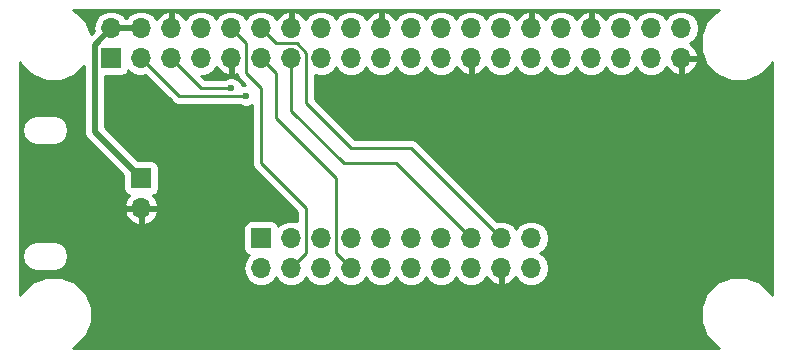
<source format=gbr>
G04 #@! TF.GenerationSoftware,KiCad,Pcbnew,5.0.2-bee76a0~70~ubuntu18.04.1*
G04 #@! TF.CreationDate,2019-03-24T23:52:30-04:00*
G04 #@! TF.ProjectId,rpi-rgb-led-matrix-zero,7270692d-7267-4622-9d6c-65642d6d6174,rev?*
G04 #@! TF.SameCoordinates,Original*
G04 #@! TF.FileFunction,Copper,L1,Top*
G04 #@! TF.FilePolarity,Positive*
%FSLAX46Y46*%
G04 Gerber Fmt 4.6, Leading zero omitted, Abs format (unit mm)*
G04 Created by KiCad (PCBNEW 5.0.2-bee76a0~70~ubuntu18.04.1) date Sun 24 Mar 2019 23:52:30 EDT*
%MOMM*%
%LPD*%
G01*
G04 APERTURE LIST*
G04 #@! TA.AperFunction,ComponentPad*
%ADD10O,1.700000X1.700000*%
G04 #@! TD*
G04 #@! TA.AperFunction,ComponentPad*
%ADD11R,1.700000X1.700000*%
G04 #@! TD*
G04 #@! TA.AperFunction,ViaPad*
%ADD12C,0.600000*%
G04 #@! TD*
G04 #@! TA.AperFunction,Conductor*
%ADD13C,0.250000*%
G04 #@! TD*
G04 #@! TA.AperFunction,Conductor*
%ADD14C,0.500000*%
G04 #@! TD*
G04 #@! TA.AperFunction,Conductor*
%ADD15C,0.254000*%
G04 #@! TD*
G04 APERTURE END LIST*
D10*
G04 #@! TO.P,P1,40*
G04 #@! TO.N,/STROBE*
X48260000Y2540000D03*
G04 #@! TO.P,P1,39*
G04 #@! TO.N,GND*
X48260000Y0D03*
G04 #@! TO.P,P1,38*
G04 #@! TO.N,/C*
X45720000Y2540000D03*
G04 #@! TO.P,P1,37*
G04 #@! TO.N,/D*
X45720000Y0D03*
G04 #@! TO.P,P1,36*
G04 #@! TO.N,/A*
X43180000Y2540000D03*
G04 #@! TO.P,P1,35*
G04 #@! TO.N,/B*
X43180000Y0D03*
G04 #@! TO.P,P1,34*
G04 #@! TO.N,GND*
X40640000Y2540000D03*
G04 #@! TO.P,P1,33*
G04 #@! TO.N,/E*
X40640000Y0D03*
G04 #@! TO.P,P1,32*
G04 #@! TO.N,/G1_3*
X38100000Y2540000D03*
G04 #@! TO.P,P1,31*
G04 #@! TO.N,/G2_3*
X38100000Y0D03*
G04 #@! TO.P,P1,30*
G04 #@! TO.N,GND*
X35560000Y2540000D03*
G04 #@! TO.P,P1,29*
G04 #@! TO.N,/R1_3*
X35560000Y0D03*
G04 #@! TO.P,P1,28*
G04 #@! TO.N,/ID_SC*
X33020000Y2540000D03*
G04 #@! TO.P,P1,27*
G04 #@! TO.N,/ID_SD*
X33020000Y0D03*
G04 #@! TO.P,P1,26*
G04 #@! TO.N,/B1_3*
X30480000Y2540000D03*
G04 #@! TO.P,P1,25*
G04 #@! TO.N,GND*
X30480000Y0D03*
G04 #@! TO.P,P1,24*
G04 #@! TO.N,/R2_3*
X27940000Y2540000D03*
G04 #@! TO.P,P1,23*
G04 #@! TO.N,/B2_3*
X27940000Y0D03*
G04 #@! TO.P,P1,22*
G04 #@! TO.N,/G1_2*
X25400000Y2540000D03*
G04 #@! TO.P,P1,21*
G04 #@! TO.N,/G2_2*
X25400000Y0D03*
G04 #@! TO.P,P1,20*
G04 #@! TO.N,GND*
X22860000Y2540000D03*
G04 #@! TO.P,P1,19*
G04 #@! TO.N,/R1_2*
X22860000Y0D03*
G04 #@! TO.P,P1,18*
G04 #@! TO.N,/B1_2*
X20320000Y2540000D03*
G04 #@! TO.P,P1,17*
G04 #@! TO.N,N/C*
X20320000Y0D03*
G04 #@! TO.P,P1,16*
G04 #@! TO.N,/B2_2*
X17780000Y2540000D03*
G04 #@! TO.P,P1,15*
G04 #@! TO.N,/R2_2*
X17780000Y0D03*
G04 #@! TO.P,P1,14*
G04 #@! TO.N,GND*
X15240000Y2540000D03*
G04 #@! TO.P,P1,13*
G04 #@! TO.N,/CLK*
X15240000Y0D03*
G04 #@! TO.P,P1,12*
G04 #@! TO.N,/~OE*
X12700000Y2540000D03*
G04 #@! TO.P,P1,11*
G04 #@! TO.N,/G2_1*
X12700000Y0D03*
G04 #@! TO.P,P1,10*
G04 #@! TO.N,/G1_1*
X10160000Y2540000D03*
G04 #@! TO.P,P1,9*
G04 #@! TO.N,GND*
X10160000Y0D03*
G04 #@! TO.P,P1,8*
G04 #@! TO.N,/B1_1*
X7620000Y2540000D03*
G04 #@! TO.P,P1,7*
G04 #@! TO.N,/R1_1*
X7620000Y0D03*
G04 #@! TO.P,P1,6*
G04 #@! TO.N,GND*
X5080000Y2540000D03*
G04 #@! TO.P,P1,5*
G04 #@! TO.N,/R2_1*
X5080000Y0D03*
G04 #@! TO.P,P1,4*
G04 #@! TO.N,/HAT_5V*
X2540000Y2540000D03*
G04 #@! TO.P,P1,3*
G04 #@! TO.N,/B2_1*
X2540000Y0D03*
G04 #@! TO.P,P1,2*
G04 #@! TO.N,/HAT_5V*
X0Y2540000D03*
D11*
G04 #@! TO.P,P1,1*
G04 #@! TO.N,+3V3*
X0Y0D03*
G04 #@! TD*
D10*
G04 #@! TO.P,J2,20*
G04 #@! TO.N,N/C*
X35560000Y-17780000D03*
G04 #@! TO.P,J2,19*
X35560000Y-15240000D03*
G04 #@! TO.P,J2,18*
G04 #@! TO.N,GND*
X33020000Y-17780000D03*
G04 #@! TO.P,J2,17*
G04 #@! TO.N,/~OE*
X33020000Y-15240000D03*
G04 #@! TO.P,J2,16*
G04 #@! TO.N,/STROBE*
X30480000Y-17780000D03*
G04 #@! TO.P,J2,15*
G04 #@! TO.N,/CLK*
X30480000Y-15240000D03*
G04 #@! TO.P,J2,14*
G04 #@! TO.N,/D*
X27940000Y-17780000D03*
G04 #@! TO.P,J2,13*
G04 #@! TO.N,/C*
X27940000Y-15240000D03*
G04 #@! TO.P,J2,12*
G04 #@! TO.N,/B*
X25400000Y-17780000D03*
G04 #@! TO.P,J2,11*
G04 #@! TO.N,/A*
X25400000Y-15240000D03*
G04 #@! TO.P,J2,10*
G04 #@! TO.N,Net-(J2-Pad10)*
X22860000Y-17780000D03*
G04 #@! TO.P,J2,9*
G04 #@! TO.N,/B2_1*
X22860000Y-15240000D03*
G04 #@! TO.P,J2,8*
G04 #@! TO.N,/G2_1*
X20320000Y-17780000D03*
G04 #@! TO.P,J2,7*
G04 #@! TO.N,/R2_1*
X20320000Y-15240000D03*
G04 #@! TO.P,J2,6*
G04 #@! TO.N,Net-(J2-Pad6)*
X17780000Y-17780000D03*
G04 #@! TO.P,J2,5*
G04 #@! TO.N,/B1_1*
X17780000Y-15240000D03*
G04 #@! TO.P,J2,4*
G04 #@! TO.N,/G1_1*
X15240000Y-17780000D03*
G04 #@! TO.P,J2,3*
G04 #@! TO.N,/R1_1*
X15240000Y-15240000D03*
G04 #@! TO.P,J2,2*
G04 #@! TO.N,N/C*
X12700000Y-17780000D03*
D11*
G04 #@! TO.P,J2,1*
X12700000Y-15240000D03*
G04 #@! TD*
G04 #@! TO.P,J1,1*
G04 #@! TO.N,/HAT_5V*
X2540000Y-10160000D03*
D10*
G04 #@! TO.P,J1,2*
G04 #@! TO.N,GND*
X2540000Y-12700000D03*
G04 #@! TD*
D12*
G04 #@! TO.N,/R2_1*
X10160000Y-2540000D03*
G04 #@! TO.N,/B2_1*
X11430000Y-3175000D03*
G04 #@! TD*
D13*
G04 #@! TO.N,/G1_1*
X11430000Y1270000D02*
X10160000Y2540000D01*
X16510000Y-16510000D02*
X16510000Y-12700000D01*
X15240000Y-17780000D02*
X16510000Y-16510000D01*
X16510000Y-12700000D02*
X12700000Y-8890000D01*
X12700000Y-8890000D02*
X12700000Y-2540000D01*
X11430000Y-1270000D02*
X11430000Y1270000D01*
X12700000Y-2540000D02*
X11430000Y-1270000D01*
G04 #@! TO.N,/R2_1*
X7620000Y-2540000D02*
X10160000Y-2540000D01*
X5080000Y0D02*
X7620000Y-2540000D01*
G04 #@! TO.N,/G2_1*
X19050000Y-10160000D02*
X13970000Y-5080000D01*
X20320000Y-17780000D02*
X19050000Y-16510000D01*
X19050000Y-16510000D02*
X19050000Y-10160000D01*
X13970000Y-1270000D02*
X12700000Y0D01*
X13970000Y-5080000D02*
X13970000Y-1270000D01*
G04 #@! TO.N,/B2_1*
X5715000Y-3175000D02*
X11430000Y-3175000D01*
X2540000Y0D02*
X5715000Y-3175000D01*
G04 #@! TO.N,/CLK*
X30480000Y-15240000D02*
X24130000Y-8890000D01*
X24130000Y-8890000D02*
X19685000Y-8890000D01*
X15240000Y-4445000D02*
X15240000Y0D01*
X19685000Y-8890000D02*
X15240000Y-4445000D01*
G04 #@! TO.N,/~OE*
X13549999Y1690001D02*
X12700000Y2540000D01*
X25400000Y-7620000D02*
X20320000Y-7620000D01*
X33020000Y-15240000D02*
X25400000Y-7620000D01*
X20320000Y-7620000D02*
X16510000Y-3810000D01*
X16510000Y-3810000D02*
X16510000Y469002D01*
X16510000Y469002D02*
X15709002Y1270000D01*
X13970000Y1270000D02*
X13549999Y1690001D01*
X15709002Y1270000D02*
X13970000Y1270000D01*
D14*
G04 #@! TO.N,/HAT_5V*
X0Y2540000D02*
X2540000Y2540000D01*
X-1397000Y1143000D02*
X0Y2540000D01*
X2540000Y-10160000D02*
X-1397000Y-6223000D01*
X-1397000Y-6223000D02*
X-1397000Y1143000D01*
G04 #@! TD*
D15*
G04 #@! TO.N,GND*
G36*
X51302051Y4005719D02*
X50394281Y3097949D01*
X49903000Y1911890D01*
X49903000Y628110D01*
X50394281Y-557949D01*
X51302051Y-1465719D01*
X52488110Y-1957000D01*
X53771890Y-1957000D01*
X54957949Y-1465719D01*
X55865719Y-557949D01*
X55945000Y-366547D01*
X55945001Y-20093455D01*
X55865719Y-19902051D01*
X54957949Y-18994281D01*
X53771890Y-18503000D01*
X52488110Y-18503000D01*
X51302051Y-18994281D01*
X50394281Y-19902051D01*
X49903000Y-21088110D01*
X49903000Y-22371890D01*
X50394281Y-23557949D01*
X51302051Y-24465719D01*
X51493453Y-24545000D01*
X-3233453Y-24545000D01*
X-3042051Y-24465719D01*
X-2134281Y-23557949D01*
X-1643000Y-22371890D01*
X-1643000Y-21088110D01*
X-2134281Y-19902051D01*
X-3042051Y-18994281D01*
X-4228110Y-18503000D01*
X-5511890Y-18503000D01*
X-6697949Y-18994281D01*
X-7605719Y-19902051D01*
X-7685000Y-20093453D01*
X-7685000Y-16764000D01*
X-7548174Y-16764000D01*
X-7448443Y-17265382D01*
X-7164433Y-17690433D01*
X-6739382Y-17974443D01*
X-6364558Y-18049000D01*
X-4811442Y-18049000D01*
X-4436618Y-17974443D01*
X-4011567Y-17690433D01*
X-3727557Y-17265382D01*
X-3627826Y-16764000D01*
X-3727557Y-16262618D01*
X-4011567Y-15837567D01*
X-4436618Y-15553557D01*
X-4811442Y-15479000D01*
X-6364558Y-15479000D01*
X-6739382Y-15553557D01*
X-7164433Y-15837567D01*
X-7448443Y-16262618D01*
X-7548174Y-16764000D01*
X-7685000Y-16764000D01*
X-7685000Y-13056890D01*
X1098524Y-13056890D01*
X1268355Y-13466924D01*
X1658642Y-13895183D01*
X2183108Y-14141486D01*
X2413000Y-14020819D01*
X2413000Y-12827000D01*
X2667000Y-12827000D01*
X2667000Y-14020819D01*
X2896892Y-14141486D01*
X3421358Y-13895183D01*
X3811645Y-13466924D01*
X3981476Y-13056890D01*
X3860155Y-12827000D01*
X2667000Y-12827000D01*
X2413000Y-12827000D01*
X1219845Y-12827000D01*
X1098524Y-13056890D01*
X-7685000Y-13056890D01*
X-7685000Y-6096000D01*
X-7548174Y-6096000D01*
X-7448443Y-6597382D01*
X-7164433Y-7022433D01*
X-6739382Y-7306443D01*
X-6364558Y-7381000D01*
X-4811442Y-7381000D01*
X-4436618Y-7306443D01*
X-4011567Y-7022433D01*
X-3727557Y-6597382D01*
X-3627826Y-6096000D01*
X-3727557Y-5594618D01*
X-4011567Y-5169567D01*
X-4436618Y-4885557D01*
X-4811442Y-4811000D01*
X-6364558Y-4811000D01*
X-6739382Y-4885557D01*
X-7164433Y-5169567D01*
X-7448443Y-5594618D01*
X-7548174Y-6096000D01*
X-7685000Y-6096000D01*
X-7685000Y-366547D01*
X-7605719Y-557949D01*
X-6697949Y-1465719D01*
X-5511890Y-1957000D01*
X-4228110Y-1957000D01*
X-3042051Y-1465719D01*
X-2281999Y-705667D01*
X-2282000Y-6135839D01*
X-2299337Y-6223000D01*
X-2282000Y-6310161D01*
X-2282000Y-6310164D01*
X-2230652Y-6568309D01*
X-2035049Y-6861049D01*
X-1961153Y-6910425D01*
X1042560Y-9914139D01*
X1042560Y-11010000D01*
X1091843Y-11257765D01*
X1232191Y-11467809D01*
X1442235Y-11608157D01*
X1545708Y-11628739D01*
X1268355Y-11933076D01*
X1098524Y-12343110D01*
X1219845Y-12573000D01*
X2413000Y-12573000D01*
X2413000Y-12553000D01*
X2667000Y-12553000D01*
X2667000Y-12573000D01*
X3860155Y-12573000D01*
X3981476Y-12343110D01*
X3811645Y-11933076D01*
X3534292Y-11628739D01*
X3637765Y-11608157D01*
X3847809Y-11467809D01*
X3988157Y-11257765D01*
X4037440Y-11010000D01*
X4037440Y-9310000D01*
X3988157Y-9062235D01*
X3847809Y-8852191D01*
X3637765Y-8711843D01*
X3390000Y-8662560D01*
X2294139Y-8662560D01*
X-512000Y-5856422D01*
X-512000Y-1497440D01*
X850000Y-1497440D01*
X1097765Y-1448157D01*
X1307809Y-1307809D01*
X1448157Y-1097765D01*
X1457184Y-1052381D01*
X1469375Y-1070625D01*
X1960582Y-1398839D01*
X2393744Y-1485000D01*
X2686256Y-1485000D01*
X2906408Y-1441209D01*
X5124671Y-3659473D01*
X5167071Y-3722929D01*
X5418463Y-3890904D01*
X5640148Y-3935000D01*
X5640152Y-3935000D01*
X5714999Y-3949888D01*
X5789846Y-3935000D01*
X10867710Y-3935000D01*
X10900365Y-3967655D01*
X11244017Y-4110000D01*
X11615983Y-4110000D01*
X11940001Y-3975788D01*
X11940000Y-8815153D01*
X11925112Y-8890000D01*
X11940000Y-8964847D01*
X11940000Y-8964851D01*
X11984096Y-9186536D01*
X12152071Y-9437929D01*
X12215530Y-9480331D01*
X15750001Y-13014803D01*
X15750001Y-13827353D01*
X15386256Y-13755000D01*
X15093744Y-13755000D01*
X14660582Y-13841161D01*
X14169375Y-14169375D01*
X14157184Y-14187619D01*
X14148157Y-14142235D01*
X14007809Y-13932191D01*
X13797765Y-13791843D01*
X13550000Y-13742560D01*
X11850000Y-13742560D01*
X11602235Y-13791843D01*
X11392191Y-13932191D01*
X11251843Y-14142235D01*
X11202560Y-14390000D01*
X11202560Y-16090000D01*
X11251843Y-16337765D01*
X11392191Y-16547809D01*
X11602235Y-16688157D01*
X11647619Y-16697184D01*
X11629375Y-16709375D01*
X11301161Y-17200582D01*
X11185908Y-17780000D01*
X11301161Y-18359418D01*
X11629375Y-18850625D01*
X12120582Y-19178839D01*
X12553744Y-19265000D01*
X12846256Y-19265000D01*
X13279418Y-19178839D01*
X13770625Y-18850625D01*
X13970000Y-18552239D01*
X14169375Y-18850625D01*
X14660582Y-19178839D01*
X15093744Y-19265000D01*
X15386256Y-19265000D01*
X15819418Y-19178839D01*
X16310625Y-18850625D01*
X16510000Y-18552239D01*
X16709375Y-18850625D01*
X17200582Y-19178839D01*
X17633744Y-19265000D01*
X17926256Y-19265000D01*
X18359418Y-19178839D01*
X18850625Y-18850625D01*
X19050000Y-18552239D01*
X19249375Y-18850625D01*
X19740582Y-19178839D01*
X20173744Y-19265000D01*
X20466256Y-19265000D01*
X20899418Y-19178839D01*
X21390625Y-18850625D01*
X21590000Y-18552239D01*
X21789375Y-18850625D01*
X22280582Y-19178839D01*
X22713744Y-19265000D01*
X23006256Y-19265000D01*
X23439418Y-19178839D01*
X23930625Y-18850625D01*
X24130000Y-18552239D01*
X24329375Y-18850625D01*
X24820582Y-19178839D01*
X25253744Y-19265000D01*
X25546256Y-19265000D01*
X25979418Y-19178839D01*
X26470625Y-18850625D01*
X26670000Y-18552239D01*
X26869375Y-18850625D01*
X27360582Y-19178839D01*
X27793744Y-19265000D01*
X28086256Y-19265000D01*
X28519418Y-19178839D01*
X29010625Y-18850625D01*
X29210000Y-18552239D01*
X29409375Y-18850625D01*
X29900582Y-19178839D01*
X30333744Y-19265000D01*
X30626256Y-19265000D01*
X31059418Y-19178839D01*
X31550625Y-18850625D01*
X31763843Y-18531522D01*
X31824817Y-18661358D01*
X32253076Y-19051645D01*
X32663110Y-19221476D01*
X32893000Y-19100155D01*
X32893000Y-17907000D01*
X32873000Y-17907000D01*
X32873000Y-17653000D01*
X32893000Y-17653000D01*
X32893000Y-17633000D01*
X33147000Y-17633000D01*
X33147000Y-17653000D01*
X33167000Y-17653000D01*
X33167000Y-17907000D01*
X33147000Y-17907000D01*
X33147000Y-19100155D01*
X33376890Y-19221476D01*
X33786924Y-19051645D01*
X34215183Y-18661358D01*
X34276157Y-18531522D01*
X34489375Y-18850625D01*
X34980582Y-19178839D01*
X35413744Y-19265000D01*
X35706256Y-19265000D01*
X36139418Y-19178839D01*
X36630625Y-18850625D01*
X36958839Y-18359418D01*
X37074092Y-17780000D01*
X36958839Y-17200582D01*
X36630625Y-16709375D01*
X36332239Y-16510000D01*
X36630625Y-16310625D01*
X36958839Y-15819418D01*
X37074092Y-15240000D01*
X36958839Y-14660582D01*
X36630625Y-14169375D01*
X36139418Y-13841161D01*
X35706256Y-13755000D01*
X35413744Y-13755000D01*
X34980582Y-13841161D01*
X34489375Y-14169375D01*
X34290000Y-14467761D01*
X34090625Y-14169375D01*
X33599418Y-13841161D01*
X33166256Y-13755000D01*
X32873744Y-13755000D01*
X32653593Y-13798791D01*
X25990331Y-7135530D01*
X25947929Y-7072071D01*
X25696537Y-6904096D01*
X25474852Y-6860000D01*
X25474847Y-6860000D01*
X25400000Y-6845112D01*
X25325153Y-6860000D01*
X20634802Y-6860000D01*
X17270000Y-3495199D01*
X17270000Y-1412647D01*
X17633744Y-1485000D01*
X17926256Y-1485000D01*
X18359418Y-1398839D01*
X18850625Y-1070625D01*
X19050000Y-772239D01*
X19249375Y-1070625D01*
X19740582Y-1398839D01*
X20173744Y-1485000D01*
X20466256Y-1485000D01*
X20899418Y-1398839D01*
X21390625Y-1070625D01*
X21590000Y-772239D01*
X21789375Y-1070625D01*
X22280582Y-1398839D01*
X22713744Y-1485000D01*
X23006256Y-1485000D01*
X23439418Y-1398839D01*
X23930625Y-1070625D01*
X24130000Y-772239D01*
X24329375Y-1070625D01*
X24820582Y-1398839D01*
X25253744Y-1485000D01*
X25546256Y-1485000D01*
X25979418Y-1398839D01*
X26470625Y-1070625D01*
X26670000Y-772239D01*
X26869375Y-1070625D01*
X27360582Y-1398839D01*
X27793744Y-1485000D01*
X28086256Y-1485000D01*
X28519418Y-1398839D01*
X29010625Y-1070625D01*
X29223843Y-751522D01*
X29284817Y-881358D01*
X29713076Y-1271645D01*
X30123110Y-1441476D01*
X30353000Y-1320155D01*
X30353000Y-127000D01*
X30333000Y-127000D01*
X30333000Y127000D01*
X30353000Y127000D01*
X30353000Y147000D01*
X30607000Y147000D01*
X30607000Y127000D01*
X30627000Y127000D01*
X30627000Y-127000D01*
X30607000Y-127000D01*
X30607000Y-1320155D01*
X30836890Y-1441476D01*
X31246924Y-1271645D01*
X31675183Y-881358D01*
X31736157Y-751522D01*
X31949375Y-1070625D01*
X32440582Y-1398839D01*
X32873744Y-1485000D01*
X33166256Y-1485000D01*
X33599418Y-1398839D01*
X34090625Y-1070625D01*
X34290000Y-772239D01*
X34489375Y-1070625D01*
X34980582Y-1398839D01*
X35413744Y-1485000D01*
X35706256Y-1485000D01*
X36139418Y-1398839D01*
X36630625Y-1070625D01*
X36830000Y-772239D01*
X37029375Y-1070625D01*
X37520582Y-1398839D01*
X37953744Y-1485000D01*
X38246256Y-1485000D01*
X38679418Y-1398839D01*
X39170625Y-1070625D01*
X39370000Y-772239D01*
X39569375Y-1070625D01*
X40060582Y-1398839D01*
X40493744Y-1485000D01*
X40786256Y-1485000D01*
X41219418Y-1398839D01*
X41710625Y-1070625D01*
X41910000Y-772239D01*
X42109375Y-1070625D01*
X42600582Y-1398839D01*
X43033744Y-1485000D01*
X43326256Y-1485000D01*
X43759418Y-1398839D01*
X44250625Y-1070625D01*
X44450000Y-772239D01*
X44649375Y-1070625D01*
X45140582Y-1398839D01*
X45573744Y-1485000D01*
X45866256Y-1485000D01*
X46299418Y-1398839D01*
X46790625Y-1070625D01*
X47003843Y-751522D01*
X47064817Y-881358D01*
X47493076Y-1271645D01*
X47903110Y-1441476D01*
X48133000Y-1320155D01*
X48133000Y-127000D01*
X48387000Y-127000D01*
X48387000Y-1320155D01*
X48616890Y-1441476D01*
X49026924Y-1271645D01*
X49455183Y-881358D01*
X49701486Y-356892D01*
X49580819Y-127000D01*
X48387000Y-127000D01*
X48133000Y-127000D01*
X48113000Y-127000D01*
X48113000Y127000D01*
X48133000Y127000D01*
X48133000Y147000D01*
X48387000Y147000D01*
X48387000Y127000D01*
X49580819Y127000D01*
X49701486Y356892D01*
X49455183Y881358D01*
X49030214Y1268647D01*
X49330625Y1469375D01*
X49658839Y1960582D01*
X49774092Y2540000D01*
X49658839Y3119418D01*
X49330625Y3610625D01*
X48839418Y3938839D01*
X48406256Y4025000D01*
X48113744Y4025000D01*
X47680582Y3938839D01*
X47189375Y3610625D01*
X46990000Y3312239D01*
X46790625Y3610625D01*
X46299418Y3938839D01*
X45866256Y4025000D01*
X45573744Y4025000D01*
X45140582Y3938839D01*
X44649375Y3610625D01*
X44450000Y3312239D01*
X44250625Y3610625D01*
X43759418Y3938839D01*
X43326256Y4025000D01*
X43033744Y4025000D01*
X42600582Y3938839D01*
X42109375Y3610625D01*
X41896157Y3291522D01*
X41835183Y3421358D01*
X41406924Y3811645D01*
X40996890Y3981476D01*
X40767000Y3860155D01*
X40767000Y2667000D01*
X40787000Y2667000D01*
X40787000Y2413000D01*
X40767000Y2413000D01*
X40767000Y2393000D01*
X40513000Y2393000D01*
X40513000Y2413000D01*
X40493000Y2413000D01*
X40493000Y2667000D01*
X40513000Y2667000D01*
X40513000Y3860155D01*
X40283110Y3981476D01*
X39873076Y3811645D01*
X39444817Y3421358D01*
X39383843Y3291522D01*
X39170625Y3610625D01*
X38679418Y3938839D01*
X38246256Y4025000D01*
X37953744Y4025000D01*
X37520582Y3938839D01*
X37029375Y3610625D01*
X36816157Y3291522D01*
X36755183Y3421358D01*
X36326924Y3811645D01*
X35916890Y3981476D01*
X35687000Y3860155D01*
X35687000Y2667000D01*
X35707000Y2667000D01*
X35707000Y2413000D01*
X35687000Y2413000D01*
X35687000Y2393000D01*
X35433000Y2393000D01*
X35433000Y2413000D01*
X35413000Y2413000D01*
X35413000Y2667000D01*
X35433000Y2667000D01*
X35433000Y3860155D01*
X35203110Y3981476D01*
X34793076Y3811645D01*
X34364817Y3421358D01*
X34303843Y3291522D01*
X34090625Y3610625D01*
X33599418Y3938839D01*
X33166256Y4025000D01*
X32873744Y4025000D01*
X32440582Y3938839D01*
X31949375Y3610625D01*
X31750000Y3312239D01*
X31550625Y3610625D01*
X31059418Y3938839D01*
X30626256Y4025000D01*
X30333744Y4025000D01*
X29900582Y3938839D01*
X29409375Y3610625D01*
X29210000Y3312239D01*
X29010625Y3610625D01*
X28519418Y3938839D01*
X28086256Y4025000D01*
X27793744Y4025000D01*
X27360582Y3938839D01*
X26869375Y3610625D01*
X26670000Y3312239D01*
X26470625Y3610625D01*
X25979418Y3938839D01*
X25546256Y4025000D01*
X25253744Y4025000D01*
X24820582Y3938839D01*
X24329375Y3610625D01*
X24116157Y3291522D01*
X24055183Y3421358D01*
X23626924Y3811645D01*
X23216890Y3981476D01*
X22987000Y3860155D01*
X22987000Y2667000D01*
X23007000Y2667000D01*
X23007000Y2413000D01*
X22987000Y2413000D01*
X22987000Y2393000D01*
X22733000Y2393000D01*
X22733000Y2413000D01*
X22713000Y2413000D01*
X22713000Y2667000D01*
X22733000Y2667000D01*
X22733000Y3860155D01*
X22503110Y3981476D01*
X22093076Y3811645D01*
X21664817Y3421358D01*
X21603843Y3291522D01*
X21390625Y3610625D01*
X20899418Y3938839D01*
X20466256Y4025000D01*
X20173744Y4025000D01*
X19740582Y3938839D01*
X19249375Y3610625D01*
X19050000Y3312239D01*
X18850625Y3610625D01*
X18359418Y3938839D01*
X17926256Y4025000D01*
X17633744Y4025000D01*
X17200582Y3938839D01*
X16709375Y3610625D01*
X16496157Y3291522D01*
X16435183Y3421358D01*
X16006924Y3811645D01*
X15596890Y3981476D01*
X15367000Y3860155D01*
X15367000Y2667000D01*
X15387000Y2667000D01*
X15387000Y2413000D01*
X15367000Y2413000D01*
X15367000Y2393000D01*
X15113000Y2393000D01*
X15113000Y2413000D01*
X15093000Y2413000D01*
X15093000Y2667000D01*
X15113000Y2667000D01*
X15113000Y3860155D01*
X14883110Y3981476D01*
X14473076Y3811645D01*
X14044817Y3421358D01*
X13983843Y3291522D01*
X13770625Y3610625D01*
X13279418Y3938839D01*
X12846256Y4025000D01*
X12553744Y4025000D01*
X12120582Y3938839D01*
X11629375Y3610625D01*
X11430000Y3312239D01*
X11230625Y3610625D01*
X10739418Y3938839D01*
X10306256Y4025000D01*
X10013744Y4025000D01*
X9580582Y3938839D01*
X9089375Y3610625D01*
X8890000Y3312239D01*
X8690625Y3610625D01*
X8199418Y3938839D01*
X7766256Y4025000D01*
X7473744Y4025000D01*
X7040582Y3938839D01*
X6549375Y3610625D01*
X6336157Y3291522D01*
X6275183Y3421358D01*
X5846924Y3811645D01*
X5436890Y3981476D01*
X5207000Y3860155D01*
X5207000Y2667000D01*
X5227000Y2667000D01*
X5227000Y2413000D01*
X5207000Y2413000D01*
X5207000Y2393000D01*
X4953000Y2393000D01*
X4953000Y2413000D01*
X4933000Y2413000D01*
X4933000Y2667000D01*
X4953000Y2667000D01*
X4953000Y3860155D01*
X4723110Y3981476D01*
X4313076Y3811645D01*
X3884817Y3421358D01*
X3823843Y3291522D01*
X3610625Y3610625D01*
X3119418Y3938839D01*
X2686256Y4025000D01*
X2393744Y4025000D01*
X1960582Y3938839D01*
X1469375Y3610625D01*
X1345344Y3425000D01*
X1194656Y3425000D01*
X1070625Y3610625D01*
X579418Y3938839D01*
X146256Y4025000D01*
X-146256Y4025000D01*
X-579418Y3938839D01*
X-1070625Y3610625D01*
X-1398839Y3119418D01*
X-1514092Y2540000D01*
X-1470538Y2321040D01*
X-1712324Y2079254D01*
X-2134281Y3097949D01*
X-3042051Y4005719D01*
X-3233453Y4085000D01*
X51493453Y4085000D01*
X51302051Y4005719D01*
X51302051Y4005719D01*
G37*
X51302051Y4005719D02*
X50394281Y3097949D01*
X49903000Y1911890D01*
X49903000Y628110D01*
X50394281Y-557949D01*
X51302051Y-1465719D01*
X52488110Y-1957000D01*
X53771890Y-1957000D01*
X54957949Y-1465719D01*
X55865719Y-557949D01*
X55945000Y-366547D01*
X55945001Y-20093455D01*
X55865719Y-19902051D01*
X54957949Y-18994281D01*
X53771890Y-18503000D01*
X52488110Y-18503000D01*
X51302051Y-18994281D01*
X50394281Y-19902051D01*
X49903000Y-21088110D01*
X49903000Y-22371890D01*
X50394281Y-23557949D01*
X51302051Y-24465719D01*
X51493453Y-24545000D01*
X-3233453Y-24545000D01*
X-3042051Y-24465719D01*
X-2134281Y-23557949D01*
X-1643000Y-22371890D01*
X-1643000Y-21088110D01*
X-2134281Y-19902051D01*
X-3042051Y-18994281D01*
X-4228110Y-18503000D01*
X-5511890Y-18503000D01*
X-6697949Y-18994281D01*
X-7605719Y-19902051D01*
X-7685000Y-20093453D01*
X-7685000Y-16764000D01*
X-7548174Y-16764000D01*
X-7448443Y-17265382D01*
X-7164433Y-17690433D01*
X-6739382Y-17974443D01*
X-6364558Y-18049000D01*
X-4811442Y-18049000D01*
X-4436618Y-17974443D01*
X-4011567Y-17690433D01*
X-3727557Y-17265382D01*
X-3627826Y-16764000D01*
X-3727557Y-16262618D01*
X-4011567Y-15837567D01*
X-4436618Y-15553557D01*
X-4811442Y-15479000D01*
X-6364558Y-15479000D01*
X-6739382Y-15553557D01*
X-7164433Y-15837567D01*
X-7448443Y-16262618D01*
X-7548174Y-16764000D01*
X-7685000Y-16764000D01*
X-7685000Y-13056890D01*
X1098524Y-13056890D01*
X1268355Y-13466924D01*
X1658642Y-13895183D01*
X2183108Y-14141486D01*
X2413000Y-14020819D01*
X2413000Y-12827000D01*
X2667000Y-12827000D01*
X2667000Y-14020819D01*
X2896892Y-14141486D01*
X3421358Y-13895183D01*
X3811645Y-13466924D01*
X3981476Y-13056890D01*
X3860155Y-12827000D01*
X2667000Y-12827000D01*
X2413000Y-12827000D01*
X1219845Y-12827000D01*
X1098524Y-13056890D01*
X-7685000Y-13056890D01*
X-7685000Y-6096000D01*
X-7548174Y-6096000D01*
X-7448443Y-6597382D01*
X-7164433Y-7022433D01*
X-6739382Y-7306443D01*
X-6364558Y-7381000D01*
X-4811442Y-7381000D01*
X-4436618Y-7306443D01*
X-4011567Y-7022433D01*
X-3727557Y-6597382D01*
X-3627826Y-6096000D01*
X-3727557Y-5594618D01*
X-4011567Y-5169567D01*
X-4436618Y-4885557D01*
X-4811442Y-4811000D01*
X-6364558Y-4811000D01*
X-6739382Y-4885557D01*
X-7164433Y-5169567D01*
X-7448443Y-5594618D01*
X-7548174Y-6096000D01*
X-7685000Y-6096000D01*
X-7685000Y-366547D01*
X-7605719Y-557949D01*
X-6697949Y-1465719D01*
X-5511890Y-1957000D01*
X-4228110Y-1957000D01*
X-3042051Y-1465719D01*
X-2281999Y-705667D01*
X-2282000Y-6135839D01*
X-2299337Y-6223000D01*
X-2282000Y-6310161D01*
X-2282000Y-6310164D01*
X-2230652Y-6568309D01*
X-2035049Y-6861049D01*
X-1961153Y-6910425D01*
X1042560Y-9914139D01*
X1042560Y-11010000D01*
X1091843Y-11257765D01*
X1232191Y-11467809D01*
X1442235Y-11608157D01*
X1545708Y-11628739D01*
X1268355Y-11933076D01*
X1098524Y-12343110D01*
X1219845Y-12573000D01*
X2413000Y-12573000D01*
X2413000Y-12553000D01*
X2667000Y-12553000D01*
X2667000Y-12573000D01*
X3860155Y-12573000D01*
X3981476Y-12343110D01*
X3811645Y-11933076D01*
X3534292Y-11628739D01*
X3637765Y-11608157D01*
X3847809Y-11467809D01*
X3988157Y-11257765D01*
X4037440Y-11010000D01*
X4037440Y-9310000D01*
X3988157Y-9062235D01*
X3847809Y-8852191D01*
X3637765Y-8711843D01*
X3390000Y-8662560D01*
X2294139Y-8662560D01*
X-512000Y-5856422D01*
X-512000Y-1497440D01*
X850000Y-1497440D01*
X1097765Y-1448157D01*
X1307809Y-1307809D01*
X1448157Y-1097765D01*
X1457184Y-1052381D01*
X1469375Y-1070625D01*
X1960582Y-1398839D01*
X2393744Y-1485000D01*
X2686256Y-1485000D01*
X2906408Y-1441209D01*
X5124671Y-3659473D01*
X5167071Y-3722929D01*
X5418463Y-3890904D01*
X5640148Y-3935000D01*
X5640152Y-3935000D01*
X5714999Y-3949888D01*
X5789846Y-3935000D01*
X10867710Y-3935000D01*
X10900365Y-3967655D01*
X11244017Y-4110000D01*
X11615983Y-4110000D01*
X11940001Y-3975788D01*
X11940000Y-8815153D01*
X11925112Y-8890000D01*
X11940000Y-8964847D01*
X11940000Y-8964851D01*
X11984096Y-9186536D01*
X12152071Y-9437929D01*
X12215530Y-9480331D01*
X15750001Y-13014803D01*
X15750001Y-13827353D01*
X15386256Y-13755000D01*
X15093744Y-13755000D01*
X14660582Y-13841161D01*
X14169375Y-14169375D01*
X14157184Y-14187619D01*
X14148157Y-14142235D01*
X14007809Y-13932191D01*
X13797765Y-13791843D01*
X13550000Y-13742560D01*
X11850000Y-13742560D01*
X11602235Y-13791843D01*
X11392191Y-13932191D01*
X11251843Y-14142235D01*
X11202560Y-14390000D01*
X11202560Y-16090000D01*
X11251843Y-16337765D01*
X11392191Y-16547809D01*
X11602235Y-16688157D01*
X11647619Y-16697184D01*
X11629375Y-16709375D01*
X11301161Y-17200582D01*
X11185908Y-17780000D01*
X11301161Y-18359418D01*
X11629375Y-18850625D01*
X12120582Y-19178839D01*
X12553744Y-19265000D01*
X12846256Y-19265000D01*
X13279418Y-19178839D01*
X13770625Y-18850625D01*
X13970000Y-18552239D01*
X14169375Y-18850625D01*
X14660582Y-19178839D01*
X15093744Y-19265000D01*
X15386256Y-19265000D01*
X15819418Y-19178839D01*
X16310625Y-18850625D01*
X16510000Y-18552239D01*
X16709375Y-18850625D01*
X17200582Y-19178839D01*
X17633744Y-19265000D01*
X17926256Y-19265000D01*
X18359418Y-19178839D01*
X18850625Y-18850625D01*
X19050000Y-18552239D01*
X19249375Y-18850625D01*
X19740582Y-19178839D01*
X20173744Y-19265000D01*
X20466256Y-19265000D01*
X20899418Y-19178839D01*
X21390625Y-18850625D01*
X21590000Y-18552239D01*
X21789375Y-18850625D01*
X22280582Y-19178839D01*
X22713744Y-19265000D01*
X23006256Y-19265000D01*
X23439418Y-19178839D01*
X23930625Y-18850625D01*
X24130000Y-18552239D01*
X24329375Y-18850625D01*
X24820582Y-19178839D01*
X25253744Y-19265000D01*
X25546256Y-19265000D01*
X25979418Y-19178839D01*
X26470625Y-18850625D01*
X26670000Y-18552239D01*
X26869375Y-18850625D01*
X27360582Y-19178839D01*
X27793744Y-19265000D01*
X28086256Y-19265000D01*
X28519418Y-19178839D01*
X29010625Y-18850625D01*
X29210000Y-18552239D01*
X29409375Y-18850625D01*
X29900582Y-19178839D01*
X30333744Y-19265000D01*
X30626256Y-19265000D01*
X31059418Y-19178839D01*
X31550625Y-18850625D01*
X31763843Y-18531522D01*
X31824817Y-18661358D01*
X32253076Y-19051645D01*
X32663110Y-19221476D01*
X32893000Y-19100155D01*
X32893000Y-17907000D01*
X32873000Y-17907000D01*
X32873000Y-17653000D01*
X32893000Y-17653000D01*
X32893000Y-17633000D01*
X33147000Y-17633000D01*
X33147000Y-17653000D01*
X33167000Y-17653000D01*
X33167000Y-17907000D01*
X33147000Y-17907000D01*
X33147000Y-19100155D01*
X33376890Y-19221476D01*
X33786924Y-19051645D01*
X34215183Y-18661358D01*
X34276157Y-18531522D01*
X34489375Y-18850625D01*
X34980582Y-19178839D01*
X35413744Y-19265000D01*
X35706256Y-19265000D01*
X36139418Y-19178839D01*
X36630625Y-18850625D01*
X36958839Y-18359418D01*
X37074092Y-17780000D01*
X36958839Y-17200582D01*
X36630625Y-16709375D01*
X36332239Y-16510000D01*
X36630625Y-16310625D01*
X36958839Y-15819418D01*
X37074092Y-15240000D01*
X36958839Y-14660582D01*
X36630625Y-14169375D01*
X36139418Y-13841161D01*
X35706256Y-13755000D01*
X35413744Y-13755000D01*
X34980582Y-13841161D01*
X34489375Y-14169375D01*
X34290000Y-14467761D01*
X34090625Y-14169375D01*
X33599418Y-13841161D01*
X33166256Y-13755000D01*
X32873744Y-13755000D01*
X32653593Y-13798791D01*
X25990331Y-7135530D01*
X25947929Y-7072071D01*
X25696537Y-6904096D01*
X25474852Y-6860000D01*
X25474847Y-6860000D01*
X25400000Y-6845112D01*
X25325153Y-6860000D01*
X20634802Y-6860000D01*
X17270000Y-3495199D01*
X17270000Y-1412647D01*
X17633744Y-1485000D01*
X17926256Y-1485000D01*
X18359418Y-1398839D01*
X18850625Y-1070625D01*
X19050000Y-772239D01*
X19249375Y-1070625D01*
X19740582Y-1398839D01*
X20173744Y-1485000D01*
X20466256Y-1485000D01*
X20899418Y-1398839D01*
X21390625Y-1070625D01*
X21590000Y-772239D01*
X21789375Y-1070625D01*
X22280582Y-1398839D01*
X22713744Y-1485000D01*
X23006256Y-1485000D01*
X23439418Y-1398839D01*
X23930625Y-1070625D01*
X24130000Y-772239D01*
X24329375Y-1070625D01*
X24820582Y-1398839D01*
X25253744Y-1485000D01*
X25546256Y-1485000D01*
X25979418Y-1398839D01*
X26470625Y-1070625D01*
X26670000Y-772239D01*
X26869375Y-1070625D01*
X27360582Y-1398839D01*
X27793744Y-1485000D01*
X28086256Y-1485000D01*
X28519418Y-1398839D01*
X29010625Y-1070625D01*
X29223843Y-751522D01*
X29284817Y-881358D01*
X29713076Y-1271645D01*
X30123110Y-1441476D01*
X30353000Y-1320155D01*
X30353000Y-127000D01*
X30333000Y-127000D01*
X30333000Y127000D01*
X30353000Y127000D01*
X30353000Y147000D01*
X30607000Y147000D01*
X30607000Y127000D01*
X30627000Y127000D01*
X30627000Y-127000D01*
X30607000Y-127000D01*
X30607000Y-1320155D01*
X30836890Y-1441476D01*
X31246924Y-1271645D01*
X31675183Y-881358D01*
X31736157Y-751522D01*
X31949375Y-1070625D01*
X32440582Y-1398839D01*
X32873744Y-1485000D01*
X33166256Y-1485000D01*
X33599418Y-1398839D01*
X34090625Y-1070625D01*
X34290000Y-772239D01*
X34489375Y-1070625D01*
X34980582Y-1398839D01*
X35413744Y-1485000D01*
X35706256Y-1485000D01*
X36139418Y-1398839D01*
X36630625Y-1070625D01*
X36830000Y-772239D01*
X37029375Y-1070625D01*
X37520582Y-1398839D01*
X37953744Y-1485000D01*
X38246256Y-1485000D01*
X38679418Y-1398839D01*
X39170625Y-1070625D01*
X39370000Y-772239D01*
X39569375Y-1070625D01*
X40060582Y-1398839D01*
X40493744Y-1485000D01*
X40786256Y-1485000D01*
X41219418Y-1398839D01*
X41710625Y-1070625D01*
X41910000Y-772239D01*
X42109375Y-1070625D01*
X42600582Y-1398839D01*
X43033744Y-1485000D01*
X43326256Y-1485000D01*
X43759418Y-1398839D01*
X44250625Y-1070625D01*
X44450000Y-772239D01*
X44649375Y-1070625D01*
X45140582Y-1398839D01*
X45573744Y-1485000D01*
X45866256Y-1485000D01*
X46299418Y-1398839D01*
X46790625Y-1070625D01*
X47003843Y-751522D01*
X47064817Y-881358D01*
X47493076Y-1271645D01*
X47903110Y-1441476D01*
X48133000Y-1320155D01*
X48133000Y-127000D01*
X48387000Y-127000D01*
X48387000Y-1320155D01*
X48616890Y-1441476D01*
X49026924Y-1271645D01*
X49455183Y-881358D01*
X49701486Y-356892D01*
X49580819Y-127000D01*
X48387000Y-127000D01*
X48133000Y-127000D01*
X48113000Y-127000D01*
X48113000Y127000D01*
X48133000Y127000D01*
X48133000Y147000D01*
X48387000Y147000D01*
X48387000Y127000D01*
X49580819Y127000D01*
X49701486Y356892D01*
X49455183Y881358D01*
X49030214Y1268647D01*
X49330625Y1469375D01*
X49658839Y1960582D01*
X49774092Y2540000D01*
X49658839Y3119418D01*
X49330625Y3610625D01*
X48839418Y3938839D01*
X48406256Y4025000D01*
X48113744Y4025000D01*
X47680582Y3938839D01*
X47189375Y3610625D01*
X46990000Y3312239D01*
X46790625Y3610625D01*
X46299418Y3938839D01*
X45866256Y4025000D01*
X45573744Y4025000D01*
X45140582Y3938839D01*
X44649375Y3610625D01*
X44450000Y3312239D01*
X44250625Y3610625D01*
X43759418Y3938839D01*
X43326256Y4025000D01*
X43033744Y4025000D01*
X42600582Y3938839D01*
X42109375Y3610625D01*
X41896157Y3291522D01*
X41835183Y3421358D01*
X41406924Y3811645D01*
X40996890Y3981476D01*
X40767000Y3860155D01*
X40767000Y2667000D01*
X40787000Y2667000D01*
X40787000Y2413000D01*
X40767000Y2413000D01*
X40767000Y2393000D01*
X40513000Y2393000D01*
X40513000Y2413000D01*
X40493000Y2413000D01*
X40493000Y2667000D01*
X40513000Y2667000D01*
X40513000Y3860155D01*
X40283110Y3981476D01*
X39873076Y3811645D01*
X39444817Y3421358D01*
X39383843Y3291522D01*
X39170625Y3610625D01*
X38679418Y3938839D01*
X38246256Y4025000D01*
X37953744Y4025000D01*
X37520582Y3938839D01*
X37029375Y3610625D01*
X36816157Y3291522D01*
X36755183Y3421358D01*
X36326924Y3811645D01*
X35916890Y3981476D01*
X35687000Y3860155D01*
X35687000Y2667000D01*
X35707000Y2667000D01*
X35707000Y2413000D01*
X35687000Y2413000D01*
X35687000Y2393000D01*
X35433000Y2393000D01*
X35433000Y2413000D01*
X35413000Y2413000D01*
X35413000Y2667000D01*
X35433000Y2667000D01*
X35433000Y3860155D01*
X35203110Y3981476D01*
X34793076Y3811645D01*
X34364817Y3421358D01*
X34303843Y3291522D01*
X34090625Y3610625D01*
X33599418Y3938839D01*
X33166256Y4025000D01*
X32873744Y4025000D01*
X32440582Y3938839D01*
X31949375Y3610625D01*
X31750000Y3312239D01*
X31550625Y3610625D01*
X31059418Y3938839D01*
X30626256Y4025000D01*
X30333744Y4025000D01*
X29900582Y3938839D01*
X29409375Y3610625D01*
X29210000Y3312239D01*
X29010625Y3610625D01*
X28519418Y3938839D01*
X28086256Y4025000D01*
X27793744Y4025000D01*
X27360582Y3938839D01*
X26869375Y3610625D01*
X26670000Y3312239D01*
X26470625Y3610625D01*
X25979418Y3938839D01*
X25546256Y4025000D01*
X25253744Y4025000D01*
X24820582Y3938839D01*
X24329375Y3610625D01*
X24116157Y3291522D01*
X24055183Y3421358D01*
X23626924Y3811645D01*
X23216890Y3981476D01*
X22987000Y3860155D01*
X22987000Y2667000D01*
X23007000Y2667000D01*
X23007000Y2413000D01*
X22987000Y2413000D01*
X22987000Y2393000D01*
X22733000Y2393000D01*
X22733000Y2413000D01*
X22713000Y2413000D01*
X22713000Y2667000D01*
X22733000Y2667000D01*
X22733000Y3860155D01*
X22503110Y3981476D01*
X22093076Y3811645D01*
X21664817Y3421358D01*
X21603843Y3291522D01*
X21390625Y3610625D01*
X20899418Y3938839D01*
X20466256Y4025000D01*
X20173744Y4025000D01*
X19740582Y3938839D01*
X19249375Y3610625D01*
X19050000Y3312239D01*
X18850625Y3610625D01*
X18359418Y3938839D01*
X17926256Y4025000D01*
X17633744Y4025000D01*
X17200582Y3938839D01*
X16709375Y3610625D01*
X16496157Y3291522D01*
X16435183Y3421358D01*
X16006924Y3811645D01*
X15596890Y3981476D01*
X15367000Y3860155D01*
X15367000Y2667000D01*
X15387000Y2667000D01*
X15387000Y2413000D01*
X15367000Y2413000D01*
X15367000Y2393000D01*
X15113000Y2393000D01*
X15113000Y2413000D01*
X15093000Y2413000D01*
X15093000Y2667000D01*
X15113000Y2667000D01*
X15113000Y3860155D01*
X14883110Y3981476D01*
X14473076Y3811645D01*
X14044817Y3421358D01*
X13983843Y3291522D01*
X13770625Y3610625D01*
X13279418Y3938839D01*
X12846256Y4025000D01*
X12553744Y4025000D01*
X12120582Y3938839D01*
X11629375Y3610625D01*
X11430000Y3312239D01*
X11230625Y3610625D01*
X10739418Y3938839D01*
X10306256Y4025000D01*
X10013744Y4025000D01*
X9580582Y3938839D01*
X9089375Y3610625D01*
X8890000Y3312239D01*
X8690625Y3610625D01*
X8199418Y3938839D01*
X7766256Y4025000D01*
X7473744Y4025000D01*
X7040582Y3938839D01*
X6549375Y3610625D01*
X6336157Y3291522D01*
X6275183Y3421358D01*
X5846924Y3811645D01*
X5436890Y3981476D01*
X5207000Y3860155D01*
X5207000Y2667000D01*
X5227000Y2667000D01*
X5227000Y2413000D01*
X5207000Y2413000D01*
X5207000Y2393000D01*
X4953000Y2393000D01*
X4953000Y2413000D01*
X4933000Y2413000D01*
X4933000Y2667000D01*
X4953000Y2667000D01*
X4953000Y3860155D01*
X4723110Y3981476D01*
X4313076Y3811645D01*
X3884817Y3421358D01*
X3823843Y3291522D01*
X3610625Y3610625D01*
X3119418Y3938839D01*
X2686256Y4025000D01*
X2393744Y4025000D01*
X1960582Y3938839D01*
X1469375Y3610625D01*
X1345344Y3425000D01*
X1194656Y3425000D01*
X1070625Y3610625D01*
X579418Y3938839D01*
X146256Y4025000D01*
X-146256Y4025000D01*
X-579418Y3938839D01*
X-1070625Y3610625D01*
X-1398839Y3119418D01*
X-1514092Y2540000D01*
X-1470538Y2321040D01*
X-1712324Y2079254D01*
X-2134281Y3097949D01*
X-3042051Y4005719D01*
X-3233453Y4085000D01*
X51493453Y4085000D01*
X51302051Y4005719D01*
G36*
X10287000Y127000D02*
X10307000Y127000D01*
X10307000Y-127000D01*
X10287000Y-127000D01*
X10287000Y-1320155D01*
X10516890Y-1441476D01*
X10676103Y-1375532D01*
X10714096Y-1566536D01*
X10882071Y-1817929D01*
X10945530Y-1860331D01*
X11325199Y-2240000D01*
X11244017Y-2240000D01*
X11076512Y-2309383D01*
X10952655Y-2010365D01*
X10689635Y-1747345D01*
X10345983Y-1605000D01*
X9974017Y-1605000D01*
X9630365Y-1747345D01*
X9597710Y-1780000D01*
X7934803Y-1780000D01*
X7639803Y-1485000D01*
X7766256Y-1485000D01*
X8199418Y-1398839D01*
X8690625Y-1070625D01*
X8903843Y-751522D01*
X8964817Y-881358D01*
X9393076Y-1271645D01*
X9803110Y-1441476D01*
X10033000Y-1320155D01*
X10033000Y-127000D01*
X10013000Y-127000D01*
X10013000Y127000D01*
X10033000Y127000D01*
X10033000Y147000D01*
X10287000Y147000D01*
X10287000Y127000D01*
X10287000Y127000D01*
G37*
X10287000Y127000D02*
X10307000Y127000D01*
X10307000Y-127000D01*
X10287000Y-127000D01*
X10287000Y-1320155D01*
X10516890Y-1441476D01*
X10676103Y-1375532D01*
X10714096Y-1566536D01*
X10882071Y-1817929D01*
X10945530Y-1860331D01*
X11325199Y-2240000D01*
X11244017Y-2240000D01*
X11076512Y-2309383D01*
X10952655Y-2010365D01*
X10689635Y-1747345D01*
X10345983Y-1605000D01*
X9974017Y-1605000D01*
X9630365Y-1747345D01*
X9597710Y-1780000D01*
X7934803Y-1780000D01*
X7639803Y-1485000D01*
X7766256Y-1485000D01*
X8199418Y-1398839D01*
X8690625Y-1070625D01*
X8903843Y-751522D01*
X8964817Y-881358D01*
X9393076Y-1271645D01*
X9803110Y-1441476D01*
X10033000Y-1320155D01*
X10033000Y-127000D01*
X10013000Y-127000D01*
X10013000Y127000D01*
X10033000Y127000D01*
X10033000Y147000D01*
X10287000Y147000D01*
X10287000Y127000D01*
G04 #@! TD*
M02*

</source>
